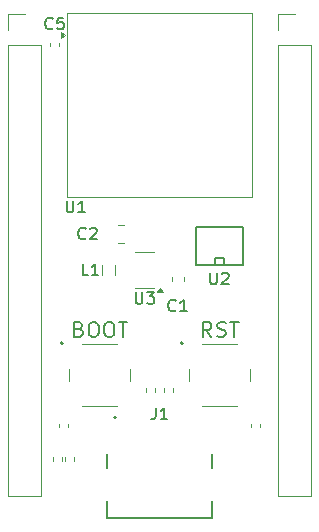
<source format=gbr>
%TF.GenerationSoftware,KiCad,Pcbnew,9.0.0*%
%TF.CreationDate,2025-05-27T11:33:04+06:00*%
%TF.ProjectId,devboard,64657662-6f61-4726-942e-6b696361645f,rev?*%
%TF.SameCoordinates,Original*%
%TF.FileFunction,Legend,Top*%
%TF.FilePolarity,Positive*%
%FSLAX46Y46*%
G04 Gerber Fmt 4.6, Leading zero omitted, Abs format (unit mm)*
G04 Created by KiCad (PCBNEW 9.0.0) date 2025-05-27 11:33:04*
%MOMM*%
%LPD*%
G01*
G04 APERTURE LIST*
%ADD10C,0.150000*%
%ADD11C,0.120000*%
%ADD12C,0.100000*%
%ADD13C,0.200000*%
%ADD14C,0.127000*%
G04 APERTURE END LIST*
D10*
X145095333Y-86814819D02*
X144619143Y-86814819D01*
X144619143Y-86814819D02*
X144619143Y-85814819D01*
X145952476Y-86814819D02*
X145381048Y-86814819D01*
X145666762Y-86814819D02*
X145666762Y-85814819D01*
X145666762Y-85814819D02*
X145571524Y-85957676D01*
X145571524Y-85957676D02*
X145476286Y-86052914D01*
X145476286Y-86052914D02*
X145381048Y-86100533D01*
X155514524Y-92019726D02*
X155091190Y-91414964D01*
X154788809Y-92019726D02*
X154788809Y-90749726D01*
X154788809Y-90749726D02*
X155272619Y-90749726D01*
X155272619Y-90749726D02*
X155393571Y-90810202D01*
X155393571Y-90810202D02*
X155454048Y-90870678D01*
X155454048Y-90870678D02*
X155514524Y-90991630D01*
X155514524Y-90991630D02*
X155514524Y-91173059D01*
X155514524Y-91173059D02*
X155454048Y-91294011D01*
X155454048Y-91294011D02*
X155393571Y-91354488D01*
X155393571Y-91354488D02*
X155272619Y-91414964D01*
X155272619Y-91414964D02*
X154788809Y-91414964D01*
X155998333Y-91959250D02*
X156179762Y-92019726D01*
X156179762Y-92019726D02*
X156482143Y-92019726D01*
X156482143Y-92019726D02*
X156603095Y-91959250D01*
X156603095Y-91959250D02*
X156663571Y-91898773D01*
X156663571Y-91898773D02*
X156724048Y-91777821D01*
X156724048Y-91777821D02*
X156724048Y-91656869D01*
X156724048Y-91656869D02*
X156663571Y-91535916D01*
X156663571Y-91535916D02*
X156603095Y-91475440D01*
X156603095Y-91475440D02*
X156482143Y-91414964D01*
X156482143Y-91414964D02*
X156240238Y-91354488D01*
X156240238Y-91354488D02*
X156119286Y-91294011D01*
X156119286Y-91294011D02*
X156058809Y-91233535D01*
X156058809Y-91233535D02*
X155998333Y-91112583D01*
X155998333Y-91112583D02*
X155998333Y-90991630D01*
X155998333Y-90991630D02*
X156058809Y-90870678D01*
X156058809Y-90870678D02*
X156119286Y-90810202D01*
X156119286Y-90810202D02*
X156240238Y-90749726D01*
X156240238Y-90749726D02*
X156542619Y-90749726D01*
X156542619Y-90749726D02*
X156724048Y-90810202D01*
X157086905Y-90749726D02*
X157812619Y-90749726D01*
X157449762Y-92019726D02*
X157449762Y-90749726D01*
X144867333Y-83671580D02*
X144819714Y-83719200D01*
X144819714Y-83719200D02*
X144676857Y-83766819D01*
X144676857Y-83766819D02*
X144581619Y-83766819D01*
X144581619Y-83766819D02*
X144438762Y-83719200D01*
X144438762Y-83719200D02*
X144343524Y-83623961D01*
X144343524Y-83623961D02*
X144295905Y-83528723D01*
X144295905Y-83528723D02*
X144248286Y-83338247D01*
X144248286Y-83338247D02*
X144248286Y-83195390D01*
X144248286Y-83195390D02*
X144295905Y-83004914D01*
X144295905Y-83004914D02*
X144343524Y-82909676D01*
X144343524Y-82909676D02*
X144438762Y-82814438D01*
X144438762Y-82814438D02*
X144581619Y-82766819D01*
X144581619Y-82766819D02*
X144676857Y-82766819D01*
X144676857Y-82766819D02*
X144819714Y-82814438D01*
X144819714Y-82814438D02*
X144867333Y-82862057D01*
X145248286Y-82862057D02*
X145295905Y-82814438D01*
X145295905Y-82814438D02*
X145391143Y-82766819D01*
X145391143Y-82766819D02*
X145629238Y-82766819D01*
X145629238Y-82766819D02*
X145724476Y-82814438D01*
X145724476Y-82814438D02*
X145772095Y-82862057D01*
X145772095Y-82862057D02*
X145819714Y-82957295D01*
X145819714Y-82957295D02*
X145819714Y-83052533D01*
X145819714Y-83052533D02*
X145772095Y-83195390D01*
X145772095Y-83195390D02*
X145200667Y-83766819D01*
X145200667Y-83766819D02*
X145819714Y-83766819D01*
X155406095Y-86576819D02*
X155406095Y-87386342D01*
X155406095Y-87386342D02*
X155453714Y-87481580D01*
X155453714Y-87481580D02*
X155501333Y-87529200D01*
X155501333Y-87529200D02*
X155596571Y-87576819D01*
X155596571Y-87576819D02*
X155787047Y-87576819D01*
X155787047Y-87576819D02*
X155882285Y-87529200D01*
X155882285Y-87529200D02*
X155929904Y-87481580D01*
X155929904Y-87481580D02*
X155977523Y-87386342D01*
X155977523Y-87386342D02*
X155977523Y-86576819D01*
X156406095Y-86672057D02*
X156453714Y-86624438D01*
X156453714Y-86624438D02*
X156548952Y-86576819D01*
X156548952Y-86576819D02*
X156787047Y-86576819D01*
X156787047Y-86576819D02*
X156882285Y-86624438D01*
X156882285Y-86624438D02*
X156929904Y-86672057D01*
X156929904Y-86672057D02*
X156977523Y-86767295D01*
X156977523Y-86767295D02*
X156977523Y-86862533D01*
X156977523Y-86862533D02*
X156929904Y-87005390D01*
X156929904Y-87005390D02*
X156358476Y-87576819D01*
X156358476Y-87576819D02*
X156977523Y-87576819D01*
X150796666Y-98006819D02*
X150796666Y-98721104D01*
X150796666Y-98721104D02*
X150749047Y-98863961D01*
X150749047Y-98863961D02*
X150653809Y-98959200D01*
X150653809Y-98959200D02*
X150510952Y-99006819D01*
X150510952Y-99006819D02*
X150415714Y-99006819D01*
X151796666Y-99006819D02*
X151225238Y-99006819D01*
X151510952Y-99006819D02*
X151510952Y-98006819D01*
X151510952Y-98006819D02*
X151415714Y-98149676D01*
X151415714Y-98149676D02*
X151320476Y-98244914D01*
X151320476Y-98244914D02*
X151225238Y-98292533D01*
X142073333Y-65891580D02*
X142025714Y-65939200D01*
X142025714Y-65939200D02*
X141882857Y-65986819D01*
X141882857Y-65986819D02*
X141787619Y-65986819D01*
X141787619Y-65986819D02*
X141644762Y-65939200D01*
X141644762Y-65939200D02*
X141549524Y-65843961D01*
X141549524Y-65843961D02*
X141501905Y-65748723D01*
X141501905Y-65748723D02*
X141454286Y-65558247D01*
X141454286Y-65558247D02*
X141454286Y-65415390D01*
X141454286Y-65415390D02*
X141501905Y-65224914D01*
X141501905Y-65224914D02*
X141549524Y-65129676D01*
X141549524Y-65129676D02*
X141644762Y-65034438D01*
X141644762Y-65034438D02*
X141787619Y-64986819D01*
X141787619Y-64986819D02*
X141882857Y-64986819D01*
X141882857Y-64986819D02*
X142025714Y-65034438D01*
X142025714Y-65034438D02*
X142073333Y-65082057D01*
X142978095Y-64986819D02*
X142501905Y-64986819D01*
X142501905Y-64986819D02*
X142454286Y-65463009D01*
X142454286Y-65463009D02*
X142501905Y-65415390D01*
X142501905Y-65415390D02*
X142597143Y-65367771D01*
X142597143Y-65367771D02*
X142835238Y-65367771D01*
X142835238Y-65367771D02*
X142930476Y-65415390D01*
X142930476Y-65415390D02*
X142978095Y-65463009D01*
X142978095Y-65463009D02*
X143025714Y-65558247D01*
X143025714Y-65558247D02*
X143025714Y-65796342D01*
X143025714Y-65796342D02*
X142978095Y-65891580D01*
X142978095Y-65891580D02*
X142930476Y-65939200D01*
X142930476Y-65939200D02*
X142835238Y-65986819D01*
X142835238Y-65986819D02*
X142597143Y-65986819D01*
X142597143Y-65986819D02*
X142501905Y-65939200D01*
X142501905Y-65939200D02*
X142454286Y-65891580D01*
X144326429Y-91354488D02*
X144507857Y-91414964D01*
X144507857Y-91414964D02*
X144568334Y-91475440D01*
X144568334Y-91475440D02*
X144628810Y-91596392D01*
X144628810Y-91596392D02*
X144628810Y-91777821D01*
X144628810Y-91777821D02*
X144568334Y-91898773D01*
X144568334Y-91898773D02*
X144507857Y-91959250D01*
X144507857Y-91959250D02*
X144386905Y-92019726D01*
X144386905Y-92019726D02*
X143903095Y-92019726D01*
X143903095Y-92019726D02*
X143903095Y-90749726D01*
X143903095Y-90749726D02*
X144326429Y-90749726D01*
X144326429Y-90749726D02*
X144447381Y-90810202D01*
X144447381Y-90810202D02*
X144507857Y-90870678D01*
X144507857Y-90870678D02*
X144568334Y-90991630D01*
X144568334Y-90991630D02*
X144568334Y-91112583D01*
X144568334Y-91112583D02*
X144507857Y-91233535D01*
X144507857Y-91233535D02*
X144447381Y-91294011D01*
X144447381Y-91294011D02*
X144326429Y-91354488D01*
X144326429Y-91354488D02*
X143903095Y-91354488D01*
X145415000Y-90749726D02*
X145656905Y-90749726D01*
X145656905Y-90749726D02*
X145777857Y-90810202D01*
X145777857Y-90810202D02*
X145898810Y-90931154D01*
X145898810Y-90931154D02*
X145959286Y-91173059D01*
X145959286Y-91173059D02*
X145959286Y-91596392D01*
X145959286Y-91596392D02*
X145898810Y-91838297D01*
X145898810Y-91838297D02*
X145777857Y-91959250D01*
X145777857Y-91959250D02*
X145656905Y-92019726D01*
X145656905Y-92019726D02*
X145415000Y-92019726D01*
X145415000Y-92019726D02*
X145294048Y-91959250D01*
X145294048Y-91959250D02*
X145173095Y-91838297D01*
X145173095Y-91838297D02*
X145112619Y-91596392D01*
X145112619Y-91596392D02*
X145112619Y-91173059D01*
X145112619Y-91173059D02*
X145173095Y-90931154D01*
X145173095Y-90931154D02*
X145294048Y-90810202D01*
X145294048Y-90810202D02*
X145415000Y-90749726D01*
X146745476Y-90749726D02*
X146987381Y-90749726D01*
X146987381Y-90749726D02*
X147108333Y-90810202D01*
X147108333Y-90810202D02*
X147229286Y-90931154D01*
X147229286Y-90931154D02*
X147289762Y-91173059D01*
X147289762Y-91173059D02*
X147289762Y-91596392D01*
X147289762Y-91596392D02*
X147229286Y-91838297D01*
X147229286Y-91838297D02*
X147108333Y-91959250D01*
X147108333Y-91959250D02*
X146987381Y-92019726D01*
X146987381Y-92019726D02*
X146745476Y-92019726D01*
X146745476Y-92019726D02*
X146624524Y-91959250D01*
X146624524Y-91959250D02*
X146503571Y-91838297D01*
X146503571Y-91838297D02*
X146443095Y-91596392D01*
X146443095Y-91596392D02*
X146443095Y-91173059D01*
X146443095Y-91173059D02*
X146503571Y-90931154D01*
X146503571Y-90931154D02*
X146624524Y-90810202D01*
X146624524Y-90810202D02*
X146745476Y-90749726D01*
X147652619Y-90749726D02*
X148378333Y-90749726D01*
X148015476Y-92019726D02*
X148015476Y-90749726D01*
X143256095Y-80480819D02*
X143256095Y-81290342D01*
X143256095Y-81290342D02*
X143303714Y-81385580D01*
X143303714Y-81385580D02*
X143351333Y-81433200D01*
X143351333Y-81433200D02*
X143446571Y-81480819D01*
X143446571Y-81480819D02*
X143637047Y-81480819D01*
X143637047Y-81480819D02*
X143732285Y-81433200D01*
X143732285Y-81433200D02*
X143779904Y-81385580D01*
X143779904Y-81385580D02*
X143827523Y-81290342D01*
X143827523Y-81290342D02*
X143827523Y-80480819D01*
X144827523Y-81480819D02*
X144256095Y-81480819D01*
X144541809Y-81480819D02*
X144541809Y-80480819D01*
X144541809Y-80480819D02*
X144446571Y-80623676D01*
X144446571Y-80623676D02*
X144351333Y-80718914D01*
X144351333Y-80718914D02*
X144256095Y-80766533D01*
X152487333Y-89767580D02*
X152439714Y-89815200D01*
X152439714Y-89815200D02*
X152296857Y-89862819D01*
X152296857Y-89862819D02*
X152201619Y-89862819D01*
X152201619Y-89862819D02*
X152058762Y-89815200D01*
X152058762Y-89815200D02*
X151963524Y-89719961D01*
X151963524Y-89719961D02*
X151915905Y-89624723D01*
X151915905Y-89624723D02*
X151868286Y-89434247D01*
X151868286Y-89434247D02*
X151868286Y-89291390D01*
X151868286Y-89291390D02*
X151915905Y-89100914D01*
X151915905Y-89100914D02*
X151963524Y-89005676D01*
X151963524Y-89005676D02*
X152058762Y-88910438D01*
X152058762Y-88910438D02*
X152201619Y-88862819D01*
X152201619Y-88862819D02*
X152296857Y-88862819D01*
X152296857Y-88862819D02*
X152439714Y-88910438D01*
X152439714Y-88910438D02*
X152487333Y-88958057D01*
X153439714Y-89862819D02*
X152868286Y-89862819D01*
X153154000Y-89862819D02*
X153154000Y-88862819D01*
X153154000Y-88862819D02*
X153058762Y-89005676D01*
X153058762Y-89005676D02*
X152963524Y-89100914D01*
X152963524Y-89100914D02*
X152868286Y-89148533D01*
X149098095Y-88214819D02*
X149098095Y-89024342D01*
X149098095Y-89024342D02*
X149145714Y-89119580D01*
X149145714Y-89119580D02*
X149193333Y-89167200D01*
X149193333Y-89167200D02*
X149288571Y-89214819D01*
X149288571Y-89214819D02*
X149479047Y-89214819D01*
X149479047Y-89214819D02*
X149574285Y-89167200D01*
X149574285Y-89167200D02*
X149621904Y-89119580D01*
X149621904Y-89119580D02*
X149669523Y-89024342D01*
X149669523Y-89024342D02*
X149669523Y-88214819D01*
X150050476Y-88214819D02*
X150669523Y-88214819D01*
X150669523Y-88214819D02*
X150336190Y-88595771D01*
X150336190Y-88595771D02*
X150479047Y-88595771D01*
X150479047Y-88595771D02*
X150574285Y-88643390D01*
X150574285Y-88643390D02*
X150621904Y-88691009D01*
X150621904Y-88691009D02*
X150669523Y-88786247D01*
X150669523Y-88786247D02*
X150669523Y-89024342D01*
X150669523Y-89024342D02*
X150621904Y-89119580D01*
X150621904Y-89119580D02*
X150574285Y-89167200D01*
X150574285Y-89167200D02*
X150479047Y-89214819D01*
X150479047Y-89214819D02*
X150193333Y-89214819D01*
X150193333Y-89214819D02*
X150098095Y-89167200D01*
X150098095Y-89167200D02*
X150050476Y-89119580D01*
D11*
%TO.C,L1*%
X146252000Y-86759622D02*
X146252000Y-85960378D01*
X147372000Y-86759622D02*
X147372000Y-85960378D01*
%TO.C,R4*%
X149988000Y-96368359D02*
X149988000Y-96675641D01*
X150748000Y-96368359D02*
X150748000Y-96675641D01*
%TO.C,J3*%
X138320000Y-64660000D02*
X139700000Y-64660000D01*
X138320000Y-66040000D02*
X138320000Y-64660000D01*
X138320000Y-67310000D02*
X138320000Y-105520000D01*
X138320000Y-67310000D02*
X141080000Y-67310000D01*
X138320000Y-105520000D02*
X141080000Y-105520000D01*
X141080000Y-67310000D02*
X141080000Y-105520000D01*
D12*
%TO.C,SW1*%
X153610000Y-94750000D02*
X153610000Y-95750000D01*
X154710000Y-92650000D02*
X157710000Y-92650000D01*
X154710000Y-97850000D02*
X157710000Y-97850000D01*
X158810000Y-94750000D02*
X158810000Y-95750000D01*
D13*
X153010000Y-92450000D02*
G75*
G02*
X153010000Y-92650000I0J-100000D01*
G01*
X153010000Y-92650000D02*
G75*
G02*
X153010000Y-92450000I0J100000D01*
G01*
D11*
%TO.C,C3*%
X158898000Y-99432164D02*
X158898000Y-99647836D01*
X159618000Y-99432164D02*
X159618000Y-99647836D01*
%TO.C,C2*%
X147566748Y-82577000D02*
X148089252Y-82577000D01*
X147566748Y-84047000D02*
X148089252Y-84047000D01*
D14*
%TO.C,U2*%
X154200000Y-82728000D02*
X158200000Y-82728000D01*
X154200000Y-85928000D02*
X154200000Y-82728000D01*
X155800000Y-85328000D02*
X155800000Y-85928000D01*
X155800000Y-85928000D02*
X154200000Y-85928000D01*
X156600000Y-85328000D02*
X155800000Y-85328000D01*
X156600000Y-85928000D02*
X155800000Y-85928000D01*
X156600000Y-85928000D02*
X156600000Y-85328000D01*
X158200000Y-82728000D02*
X158200000Y-85928000D01*
X158200000Y-85928000D02*
X156600000Y-85928000D01*
D11*
%TO.C,C4*%
X142642000Y-99432164D02*
X142642000Y-99647836D01*
X143362000Y-99432164D02*
X143362000Y-99647836D01*
%TO.C,R2*%
X142114000Y-102515641D02*
X142114000Y-102208359D01*
X142874000Y-102515641D02*
X142874000Y-102208359D01*
%TO.C,R3*%
X151512000Y-96368359D02*
X151512000Y-96675641D01*
X152272000Y-96368359D02*
X152272000Y-96675641D01*
%TO.C,R1*%
X143130000Y-102515641D02*
X143130000Y-102208359D01*
X143890000Y-102515641D02*
X143890000Y-102208359D01*
%TO.C,J4*%
X161180000Y-64660000D02*
X162560000Y-64660000D01*
X161180000Y-66040000D02*
X161180000Y-64660000D01*
X161180000Y-67310000D02*
X161180000Y-105520000D01*
X161180000Y-67310000D02*
X163940000Y-67310000D01*
X161180000Y-105520000D02*
X163940000Y-105520000D01*
X163940000Y-67310000D02*
X163940000Y-105520000D01*
D13*
%TO.C,J1*%
X146660000Y-101952000D02*
X146660000Y-103162000D01*
X146660000Y-105882000D02*
X146660000Y-107372000D01*
X146660000Y-107372000D02*
X155600000Y-107372000D01*
X155600000Y-101952000D02*
X155600000Y-103162000D01*
X155600000Y-107372000D02*
X155600000Y-105882000D01*
X147450000Y-98862000D02*
G75*
G02*
X147250000Y-98862000I-100000J0D01*
G01*
X147250000Y-98862000D02*
G75*
G02*
X147450000Y-98862000I100000J0D01*
G01*
D11*
%TO.C,C5*%
X141880000Y-67389836D02*
X141880000Y-67174164D01*
X142600000Y-67389836D02*
X142600000Y-67174164D01*
D12*
%TO.C,SW2*%
X143450000Y-94750000D02*
X143450000Y-95750000D01*
X144550000Y-92650000D02*
X147550000Y-92650000D01*
X144550000Y-97850000D02*
X147550000Y-97850000D01*
X148650000Y-94750000D02*
X148650000Y-95750000D01*
D13*
X142850000Y-92450000D02*
G75*
G02*
X142850000Y-92650000I0J-100000D01*
G01*
X142850000Y-92650000D02*
G75*
G02*
X142850000Y-92450000I0J100000D01*
G01*
D11*
%TO.C,U1*%
X143330000Y-64590000D02*
X158930000Y-64590000D01*
X143330000Y-80190000D02*
X143330000Y-64590000D01*
X158930000Y-64590000D02*
X158930000Y-80190000D01*
X158930000Y-80190000D02*
X143330000Y-80190000D01*
X143155000Y-66440000D02*
X142819000Y-66680000D01*
X142819000Y-66200000D01*
X143155000Y-66440000D01*
G36*
X143155000Y-66440000D02*
G01*
X142819000Y-66680000D01*
X142819000Y-66200000D01*
X143155000Y-66440000D01*
G37*
%TO.C,C1*%
X152144000Y-87262580D02*
X152144000Y-86981420D01*
X153164000Y-87262580D02*
X153164000Y-86981420D01*
%TO.C,U3*%
X149860000Y-84800000D02*
X149060000Y-84800000D01*
X149860000Y-84800000D02*
X150660000Y-84800000D01*
X149860000Y-87920000D02*
X149060000Y-87920000D01*
X149860000Y-87920000D02*
X150660000Y-87920000D01*
X151400000Y-88200000D02*
X150920000Y-88200000D01*
X151160000Y-87870000D01*
X151400000Y-88200000D01*
G36*
X151400000Y-88200000D02*
G01*
X150920000Y-88200000D01*
X151160000Y-87870000D01*
X151400000Y-88200000D01*
G37*
%TD*%
M02*

</source>
